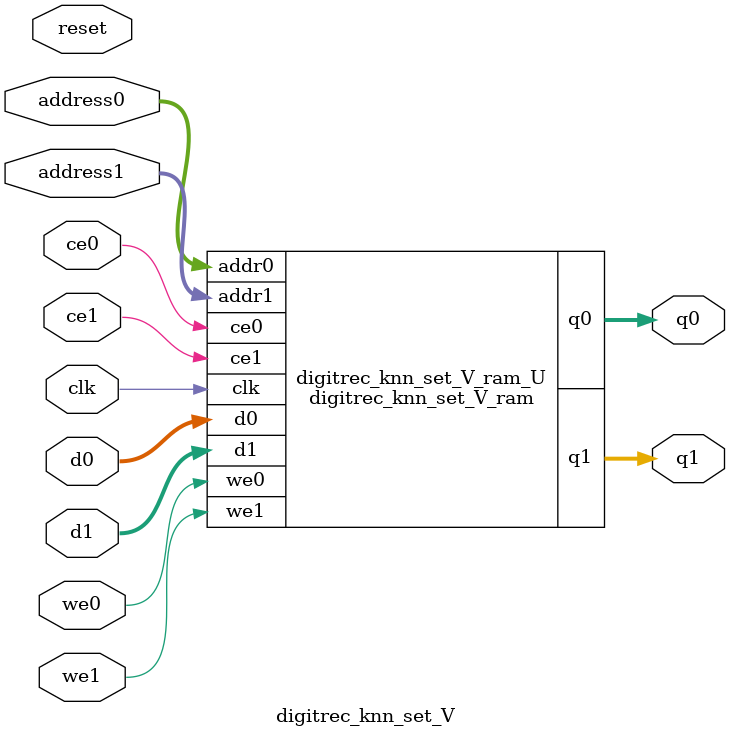
<source format=v>
`timescale 1 ns / 1 ps
module digitrec_knn_set_V_ram (addr0, ce0, d0, we0, q0, addr1, ce1, d1, we1, q1,  clk);

parameter DWIDTH = 6;
parameter AWIDTH = 5;
parameter MEM_SIZE = 30;

input[AWIDTH-1:0] addr0;
input ce0;
input[DWIDTH-1:0] d0;
input we0;
output reg[DWIDTH-1:0] q0;
input[AWIDTH-1:0] addr1;
input ce1;
input[DWIDTH-1:0] d1;
input we1;
output reg[DWIDTH-1:0] q1;
input clk;

(* ram_style = "block" *)reg [DWIDTH-1:0] ram[0:MEM_SIZE-1];




always @(posedge clk)  
begin 
    if (ce0) begin
        if (we0) 
            ram[addr0] <= d0; 
        q0 <= ram[addr0];
    end
end


always @(posedge clk)  
begin 
    if (ce1) begin
        if (we1) 
            ram[addr1] <= d1; 
        q1 <= ram[addr1];
    end
end


endmodule

`timescale 1 ns / 1 ps
module digitrec_knn_set_V(
    reset,
    clk,
    address0,
    ce0,
    we0,
    d0,
    q0,
    address1,
    ce1,
    we1,
    d1,
    q1);

parameter DataWidth = 32'd6;
parameter AddressRange = 32'd30;
parameter AddressWidth = 32'd5;
input reset;
input clk;
input[AddressWidth - 1:0] address0;
input ce0;
input we0;
input[DataWidth - 1:0] d0;
output[DataWidth - 1:0] q0;
input[AddressWidth - 1:0] address1;
input ce1;
input we1;
input[DataWidth - 1:0] d1;
output[DataWidth - 1:0] q1;



digitrec_knn_set_V_ram digitrec_knn_set_V_ram_U(
    .clk( clk ),
    .addr0( address0 ),
    .ce0( ce0 ),
    .we0( we0 ),
    .d0( d0 ),
    .q0( q0 ),
    .addr1( address1 ),
    .ce1( ce1 ),
    .we1( we1 ),
    .d1( d1 ),
    .q1( q1 ));

endmodule


</source>
